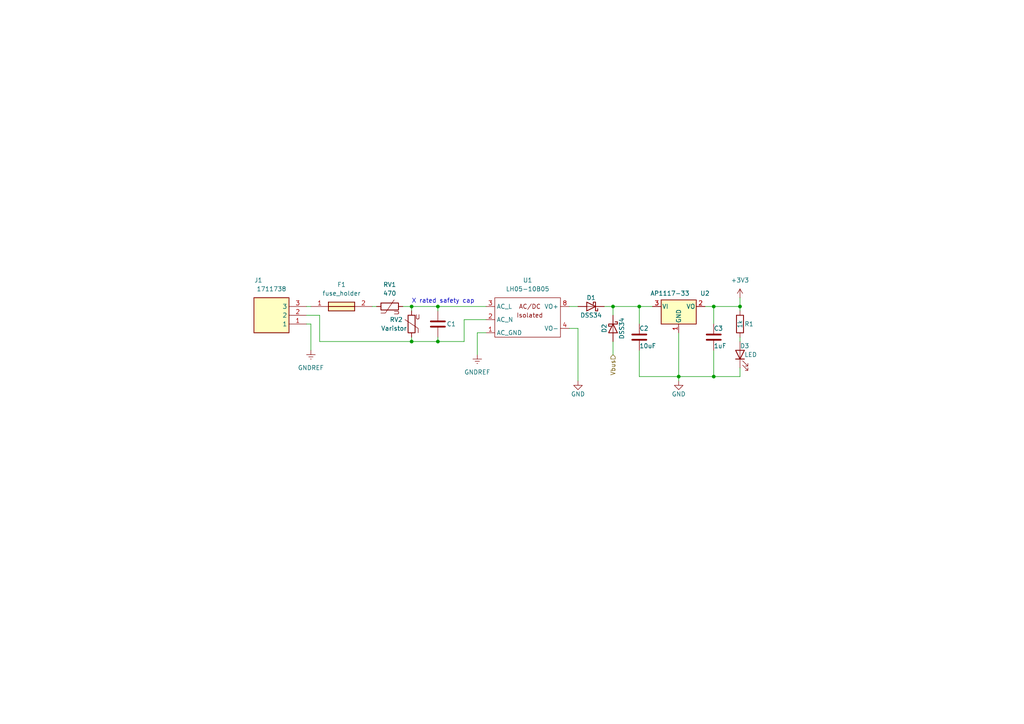
<source format=kicad_sch>
(kicad_sch (version 20211123) (generator eeschema)
  (paper "A4")
  (title_block (title "Reflow Controller"))
  (lib_symbols
    (symbol "Device:C" (pin_numbers hide) (pin_names (offset 0.254))
      (property "Reference" "C" (at 0.635 2.54 0))
      (property "Value" "C" (at 0.635 -2.54 0))
      (symbol "C_0_1"
        (polyline (pts (xy -2.032 -0.762) (xy 2.032 -0.762)) (stroke (width 0.508)))
        (polyline (pts (xy -2.032 0.762) (xy 2.032 0.762)) (stroke (width 0.508)))
      )
      (symbol "C_1_1"
        (pin passive line (at 0 3.81 270) (length 2.794) (name "~") (number "1"))
        (pin passive line (at 0 -3.81 90) (length 2.794) (name "~") (number "2"))
      )
    )
    (symbol "Device:D_Schottky" (pin_numbers hide) (pin_names (offset 1.016) hide)
      (property "Reference" "D" (at 0 2.54 0))
      (property "Value" "D_Schottky" (at 0 -2.54 0))
      (symbol "D_Schottky_0_1"
        (polyline (pts (xy 1.27 0) (xy -1.27 0)))
        (polyline (pts (xy 1.27 1.27) (xy 1.27 -1.27) (xy -1.27 0) (xy 1.27 1.27)) (stroke (width 0.254)))
        (polyline (pts (xy -1.905 0.635) (xy -1.905 1.27) (xy -1.27 1.27) (xy -1.27 -1.27) (xy -0.635 -1.27) (xy -0.635 -0.635)) (stroke (width 0.254)))
      )
      (symbol "D_Schottky_1_1"
        (pin passive line (at -3.81 0 0) (length 2.54) (name "K") (number "1"))
        (pin passive line (at 3.81 0 180) (length 2.54) (name "A") (number "2"))
      )
    )
    (symbol "Device:LED" (pin_numbers hide) (pin_names (offset 1.016) hide)
      (property "Reference" "D" (at 0 2.54 0))
      (property "Value" "LED" (at 0 -2.54 0))
      (symbol "LED_0_1"
        (polyline (pts (xy -1.27 -1.27) (xy -1.27 1.27)) (stroke (width 0.254)))
        (polyline (pts (xy -1.27 0) (xy 1.27 0)))
        (polyline (pts (xy 1.27 -1.27) (xy 1.27 1.27) (xy -1.27 0) (xy 1.27 -1.27)) (stroke (width 0.254)))
        (polyline (pts (xy -3.048 -0.762) (xy -4.572 -2.286) (xy -3.81 -2.286) (xy -4.572 -2.286) (xy -4.572 -1.524)))
        (polyline (pts (xy -1.778 -0.762) (xy -3.302 -2.286) (xy -2.54 -2.286) (xy -3.302 -2.286) (xy -3.302 -1.524)))
      )
      (symbol "LED_1_1"
        (pin passive line (at -3.81 0 0) (length 2.54) (name "K") (number "1"))
        (pin passive line (at 3.81 0 180) (length 2.54) (name "A") (number "2"))
      )
    )
    (symbol "Device:R" (pin_numbers hide) (pin_names (offset 0))
      (property "Reference" "R" (at 2.032 0 90))
      (property "Value" "R" (at 0 0 90))
      (symbol "R_0_1"
        (rectangle (start -1.016 -2.54) (end 1.016 2.54) (stroke (width 0.254)))
      )
      (symbol "R_1_1"
        (pin passive line (at 0 3.81 270) (length 1.27) (name "~") (number "1"))
        (pin passive line (at 0 -3.81 90) (length 1.27) (name "~") (number "2"))
      )
    )
    (symbol "Device:Varistor" (pin_numbers hide) (pin_names (offset 0))
      (property "Reference" "RV" (at 3.175 0 90))
      (property "Value" "Varistor" (at -3.175 0 90))
      (symbol "Varistor_0_0"
        (text "U" (at -1.778 -2.032 0) (effects (font (size 1.27 1.27))))
      )
      (symbol "Varistor_0_1"
        (rectangle (start -1.016 -2.54) (end 1.016 2.54) (stroke (width 0.254)))
        (polyline (pts (xy -1.905 2.54) (xy -1.905 1.27) (xy 1.905 -1.27)))
      )
      (symbol "Varistor_1_1"
        (pin passive line (at 0 3.81 270) (length 1.27) (name "~") (number "1"))
        (pin passive line (at 0 -3.81 90) (length 1.27) (name "~") (number "2"))
      )
    )
    (symbol "Regulator_Linear:AP1117-33" (pin_names (offset 0.254))
      (property "Reference" "U" (at -3.81 3.175 0))
      (property "Value" "AP1117-33" (at 0 3.175 0))
      (symbol "AP1117-33_0_1"
        (rectangle (start -5.08 -5.08) (end 5.08 1.905) (stroke (width 0.254)) (fill (type background)))
      )
      (symbol "AP1117-33_1_1"
        (pin power_in line (at 0 -7.62 90) (length 2.54) (name "GND") (number "1"))
        (pin power_out line (at 7.62 0 180) (length 2.54) (name "VO") (number "2"))
        (pin power_in line (at -7.62 0 0) (length 2.54) (name "VI") (number "3"))
      )
    )
    (symbol "comp_lib:1711738"
      (property "Value" "1711738" (at 0 0 0))
      (symbol "1711738_1_1"
        (rectangle (start 5.08 2.54) (end 15.24 -7.62) (stroke (width 0.254)) (fill (type background)))
        (pin passive line (at 0 0 0) (length 5.08) (name "1") (number "1"))
        (pin passive line (at 0 -2.54 0) (length 5.08) (name "2") (number "2"))
        (pin passive line (at 0 -5.08 0) (length 5.08) (name "3") (number "3"))
      )
    )
    (symbol "comp_lib:LH05-10B05"
      (property "Reference" "U" (at 0 7.62 0))
      (property "Value" "LH05-10B05" (at 0 -7.62 0))
      (symbol "LH05-10B05_0_0"
        (text "AC/DC" (at 0 3.81 0) (effects (font (size 1.27 1.27))))
        (text "Isolated" (at 0 1.27 0) (effects (font (size 1.27 1.27))))
      )
      (symbol "LH05-10B05_0_1"
        (rectangle (start -10.16 6.35) (end 8.89 -5.08))
      )
      (symbol "LH05-10B05_1_1"
        (pin input line (at -12.7 -3.81 0) (length 2.54) (name "AC_GND") (number "1"))
        (pin input line (at -12.7 0 0) (length 2.54) (name "AC_N") (number "2"))
        (pin input line (at -12.7 3.81 0) (length 2.54) (name "AC_L") (number "3"))
        (pin output line (at 11.43 -2.54 180) (length 2.54) (name "VO-") (number "4"))
        (pin output line (at 11.43 3.81 180) (length 2.54) (name "VO+") (number "8"))
      )
    )
    (symbol "comp_lib:fuse_holder" (pin_names hide)
      (property "Value" "fuse_holder" (at 0 0 0))
      (symbol "fuse_holder_1_1"
        (polyline (pts (xy 5.08 0) (xy 12.7 0)) (stroke (width 0.254)))
        (rectangle (start 5.08 1.27) (end 12.7 -1.27) (stroke (width 0.254)) (fill (type background)))
        (pin passive line (at 0 0 0) (length 5.08) (name "1") (number "1"))
        (pin passive line (at 17.78 0 180) (length 5.08) (name "2") (number "2"))
      )
    )
    (symbol "power:+3V3" (power) (pin_names (offset 0))
      (property "Value" "+3V3" (at 0 3.556 0))
      (symbol "+3V3_0_1"
        (polyline (pts (xy -0.762 1.27) (xy 0 2.54)))
        (polyline (pts (xy 0 0) (xy 0 2.54)))
        (polyline (pts (xy 0 2.54) (xy 0.762 1.27)))
      )
      (symbol "+3V3_1_1"
        (pin power_in line (at 0 0 90) (length 0) hide (name "+3V3") (number "1"))
      )
    )
    (symbol "power:GND" (power) (pin_names (offset 0))
      (property "Value" "GND" (at 0 -3.81 0))
      (symbol "GND_0_1"
        (polyline (pts (xy 0 0) (xy 0 -1.27) (xy 1.27 -1.27) (xy 0 -2.54) (xy -1.27 -1.27) (xy 0 -1.27)))
      )
      (symbol "GND_1_1"
        (pin power_in line (at 0 0 270) (length 0) hide (name "GND") (number "1"))
      )
    )
    (symbol "power:GNDREF" (power) (pin_names (offset 0))
      (property "Value" "GNDREF" (at 0 -3.81 0))
      (symbol "GNDREF_0_1"
        (polyline (pts (xy -0.635 -1.905) (xy 0.635 -1.905)))
        (polyline (pts (xy -0.127 -2.54) (xy 0.127 -2.54)))
        (polyline (pts (xy 0 -1.27) (xy 0 0)))
        (polyline (pts (xy 1.27 -1.27) (xy -1.27 -1.27)))
      )
      (symbol "GNDREF_1_1"
        (pin power_in line (at 0 0 270) (length 0) hide (name "GNDREF") (number "1"))
      )
    )
  )
  (junction (at 119.38 88.9))
  (junction (at 214.63 88.9))
  (junction (at 196.85 109.22))
  (junction (at 119.38 99.06))
  (junction (at 207.01 88.9))
  (junction (at 127 88.9))
  (junction (at 127 99.06))
  (junction (at 177.8 88.9))
  (junction (at 185.42 88.9))
  (junction (at 207.01 109.22))
  (wire (pts (xy 165.1 88.9) (xy 167.64 88.9)))
  (wire (pts (xy 214.63 109.22) (xy 207.01 109.22)))
  (wire (pts (xy 175.26 88.9) (xy 177.8 88.9)))
  (wire (pts (xy 116.84 88.9) (xy 119.38 88.9)))
  (wire (pts (xy 196.85 109.22) (xy 196.85 110.49)))
  (wire (pts (xy 214.63 97.79) (xy 214.63 99.06)))
  (wire (pts (xy 140.97 96.52) (xy 138.43 96.52)))
  (wire (pts (xy 207.01 101.6) (xy 207.01 109.22)))
  (wire (pts (xy 134.62 92.71) (xy 134.62 99.06)))
  (wire (pts (xy 185.42 101.6) (xy 185.42 109.22)))
  (wire (pts (xy 177.8 88.9) (xy 185.42 88.9)))
  (wire (pts (xy 177.8 91.44) (xy 177.8 88.9)))
  (wire (pts (xy 127 97.79) (xy 127 99.06)))
  (wire (pts (xy 196.85 96.52) (xy 196.85 109.22)))
  (wire (pts (xy 185.42 109.22) (xy 196.85 109.22)))
  (wire (pts (xy 119.38 88.9) (xy 119.38 90.17)))
  (wire (pts (xy 127 88.9) (xy 127 90.17)))
  (wire (pts (xy 90.17 93.98) (xy 90.17 101.6)))
  (wire (pts (xy 214.63 86.36) (xy 214.63 88.9)))
  (wire (pts (xy 196.85 109.22) (xy 207.01 109.22)))
  (wire (pts (xy 92.71 99.06) (xy 119.38 99.06)))
  (wire (pts (xy 165.1 95.25) (xy 167.64 95.25)))
  (wire (pts (xy 207.01 88.9) (xy 204.47 88.9)))
  (wire (pts (xy 107.95 88.9) (xy 109.22 88.9)))
  (wire (pts (xy 214.63 88.9) (xy 214.63 90.17)))
  (wire (pts (xy 127 99.06) (xy 134.62 99.06)))
  (wire (pts (xy 140.97 92.71) (xy 134.62 92.71)))
  (wire (pts (xy 119.38 99.06) (xy 119.38 97.79)))
  (wire (pts (xy 138.43 96.52) (xy 138.43 102.87)))
  (wire (pts (xy 177.8 99.06) (xy 177.8 102.87)))
  (wire (pts (xy 185.42 88.9) (xy 185.42 93.98)))
  (wire (pts (xy 88.9 91.44) (xy 92.71 91.44)))
  (wire (pts (xy 88.9 93.98) (xy 90.17 93.98)))
  (wire (pts (xy 127 88.9) (xy 140.97 88.9)))
  (wire (pts (xy 119.38 99.06) (xy 127 99.06)))
  (wire (pts (xy 207.01 88.9) (xy 214.63 88.9)))
  (wire (pts (xy 185.42 88.9) (xy 189.23 88.9)))
  (wire (pts (xy 167.64 95.25) (xy 167.64 110.49)))
  (wire (pts (xy 119.38 88.9) (xy 127 88.9)))
  (wire (pts (xy 207.01 93.98) (xy 207.01 88.9)))
  (wire (pts (xy 88.9 88.9) (xy 90.17 88.9)))
  (wire (pts (xy 92.71 91.44) (xy 92.71 99.06)))
  (wire (pts (xy 214.63 106.68) (xy 214.63 109.22)))
  (text "X rated safety cap\n\n" (at 119.38 90.17 0) (effects (font (size 1.27 1.27)) (justify left bottom)))
  (hierarchical_label "Vbus" (shape input) (at 177.8 102.87 270))
  (symbol (lib_id "Device:C") (at 127 93.98 0) (unit 1)
    (property "Reference" "C1" (at 129.54 93.98 0) (effects (justify left)))
    (property "Value" "C" (effects hide))
    (property "Footprint" "footprint_lib:MXH104K305E10" (effects hide))
  )
  (symbol (lib_id "Device:R") (at 214.63 93.98 180) (unit 1)
    (property "Reference" "R1" (at 215.9 93.98 0) (effects (justify right)))
    (property "Value" "1k" (at 214.63 95.25 90) (effects (justify right)))
    (property "Footprint" "Resistor_SMD:R_0603_1608Metric" (effects hide))
  )
  (symbol (lib_id "Device:Varistor") (at 119.38 93.98 180) (unit 1)
    (property "Reference" "RV2" (at 113.03 92.71 0) (effects (justify right)))
    (property "Value" "Varistor" (at 110.49 95.25 0) (effects (justify right)))
    (property "Footprint" "footprint_lib:MOV_20D241k" (effects hide))
  )
  (symbol (lib_id "Device:LED") (at 214.63 102.87 90) (unit 1)
    (property "Reference" "D3" (at 214.63 100.33 90) (effects (justify right)))
    (property "Value" "LED" (at 215.9 102.87 90) (effects (justify right)))
    (property "Footprint" "LED_SMD:LED_0603_1608Metric" (effects hide))
  )
  (symbol (lib_id "power:GND") (at 196.85 110.49 0) (unit 1)
    (property "Reference" "#PWR04" (effects hide))
    (property "Value" "GND" (at 196.85 114.3 0))
  )
  (symbol (lib_id "Device:D_Schottky") (at 177.8 95.25 270) (unit 1)
    (property "Reference" "D2" (at 175.26 95.25 0))
    (property "Value" "DSS34" (at 180.34 95.25 0))
    (property "Footprint" "Diode_SMD:D_SOD-123F" (effects hide))
  )
  (symbol (lib_id "Device:C") (at 185.42 97.79 0) (unit 1)
    (property "Reference" "C2" (at 185.42 95.25 0) (effects (justify left)))
    (property "Value" "10uF" (at 185.42 100.33 0) (effects (justify left)))
    (property "Footprint" "Capacitor_SMD:C_0805_2012Metric" (effects hide))
  )
  (symbol (lib_id "Device:D_Schottky") (at 171.45 88.9 180) (unit 1)
    (property "Reference" "D1" (at 171.45 86.36 0))
    (property "Value" "DSS34" (at 171.45 91.44 0))
    (property "Footprint" "Diode_SMD:D_SOD-123F" (effects hide))
  )
  (symbol (lib_id "comp_lib:1711738") (at 88.9 93.98 180) (unit 1)
    (property "Reference" "J1" (at 74.93 81.28 0))
    (property "Value" "1711738" (at 78.74 83.82 0))
    (property "Footprint" "footprint_lib:1711738" (effects hide))
    (property "Datasheet" ".\\datasheets\\phoenix-contact-1711738-en.pdf" (effects hide))
    (property "Reference_1" "J" (effects hide))
    (property "Value_1" "1711738" (effects hide))
    (property "Footprint_1" "1711738" (effects hide))
    (property "Datasheet_1" "http://www.phoenixcontact.com/de/produkte/1711738/pdf" (effects hide))
    (property "Height" "18.2" (effects hide))
    (property "Mouser Part Number" "651-1711738" (effects hide))
    (property "Mouser Price/Stock" "https://www.mouser.co.uk/ProductDetail/Phoenix-Contact/1711738?qs=F79NelsxgYGJoCQSSUE92w%3D%3D" (effects hide))
    (property "Manufacturer_Name" "Phoenix Contact" (effects hide))
    (property "Manufacturer_Part_Number" "1711738" (effects hide))
  )
  (symbol (lib_id "Device:Varistor") (at 113.03 88.9 90) (unit 1)
    (property "Reference" "RV1" (at 113.03 82.55 90))
    (property "Value" "470" (at 113.03 85.09 90))
    (property "Footprint" "footprint_lib:MOV_20D241k" (effects hide))
  )
  (symbol (lib_id "Device:C") (at 207.01 97.79 0) (unit 1)
    (property "Reference" "C3" (at 207.01 95.25 0) (effects (justify left)))
    (property "Value" "1uF" (at 207.01 100.33 0) (effects (justify left)))
    (property "Footprint" "Capacitor_SMD:C_0805_2012Metric" (effects hide))
  )
  (symbol (lib_id "power:GNDREF") (at 138.43 102.87 0) (unit 1)
    (property "Reference" "#PWR02" (effects hide))
    (property "Value" "GNDREF" (at 138.43 107.95 0))
  )
  (symbol (lib_id "power:GNDREF") (at 90.17 101.6 0) (unit 1)
    (property "Reference" "#PWR01" (effects hide))
    (property "Value" "GNDREF" (at 90.17 106.68 0))
  )
  (symbol (lib_id "power:+3V3") (at 214.63 86.36 0) (unit 1)
    (property "Reference" "#PWR05" (effects hide))
    (property "Value" "+3V3" (at 214.63 81.28 0))
  )
  (symbol (lib_id "Regulator_Linear:AP1117-33") (at 196.85 88.9 0) (unit 1)
    (property "Reference" "U2" (at 204.47 85.09 0))
    (property "Value" "AP1117-33" (at 194.31 85.09 0))
    (property "Footprint" "Package_TO_SOT_SMD:SOT-223-3_TabPin2" (effects hide))
    (property "Datasheet" "http://www.diodes.com/datasheets/AP1117.pdf" (effects hide))
  )
  (symbol (lib_id "comp_lib:LH05-10B05") (at 153.67 92.71 0) (unit 1)
    (property "Reference" "U1" (at 153.035 81.28 0))
    (property "Value" "LH05-10B05" (at 153.035 83.82 0))
    (property "Footprint" "footprint_lib:LH05-13B05" (effects hide))
    (property "Datasheet" ".\\datasheets\\LH05-13B05.pdf" (effects hide))
  )
  (symbol (lib_id "power:GND") (at 167.64 110.49 0) (unit 1)
    (property "Reference" "#PWR03" (effects hide))
    (property "Value" "GND" (at 167.64 114.3 0))
  )
  (symbol (lib_id "comp_lib:fuse_holder") (at 90.17 88.9 0) (unit 1)
    (property "Reference" "F1" (at 99.06 82.55 0))
    (property "Value" "fuse_holder" (at 99.06 85.09 0))
    (property "Footprint" "footprint_lib:64600001223" (effects hide))
    (property "Datasheet" ".\\datasheets\\Littelfuse_Fuse_Block_5x20.pdf" (effects hide))
    (property "Reference_1" "F" (effects hide))
    (property "Value_1" "64600001223" (effects hide))
    (property "Footprint_1" "64600001223" (effects hide))
    (property "Datasheet_1" "https://m.littelfuse.com/~/media/electronics/datasheets/fuse_blocks/littelfuse_fuse_block_646_datasheet.pdf.pdf" (effects hide))
    (property "Height" "12" (effects hide))
    (property "Mouser Part Number" "576-64600001223" (effects hide))
    (property "Mouser Price/Stock" "https://www.mouser.co.uk/ProductDetail/Littelfuse/64600001223?qs=up76HT6PtJjfTS5uVso6wg%3D%3D" (effects hide))
    (property "Manufacturer_Name" "LITTELFUSE" (effects hide))
    (property "Manufacturer_Part_Number" "64600001223" (effects hide))
  )
)
</source>
